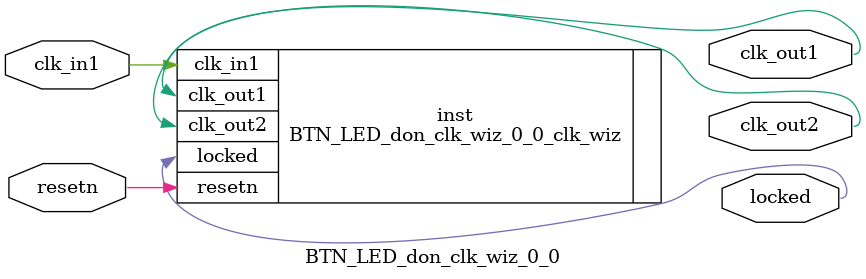
<source format=v>


`timescale 1ps/1ps

(* CORE_GENERATION_INFO = "BTN_LED_don_clk_wiz_0_0,clk_wiz_v6_0_11_0_0,{component_name=BTN_LED_don_clk_wiz_0_0,use_phase_alignment=true,use_min_o_jitter=false,use_max_i_jitter=false,use_dyn_phase_shift=false,use_inclk_switchover=false,use_dyn_reconfig=false,enable_axi=0,feedback_source=FDBK_AUTO,PRIMITIVE=MMCM,num_out_clk=2,clkin1_period=10.000,clkin2_period=10.000,use_power_down=false,use_reset=true,use_locked=true,use_inclk_stopped=false,feedback_type=SINGLE,CLOCK_MGR_TYPE=NA,manual_override=false}" *)

module BTN_LED_don_clk_wiz_0_0 
 (
  // Clock out ports
  output        clk_out1,
  output        clk_out2,
  // Status and control signals
  input         resetn,
  output        locked,
 // Clock in ports
  input         clk_in1
 );

  BTN_LED_don_clk_wiz_0_0_clk_wiz inst
  (
  // Clock out ports  
  .clk_out1(clk_out1),
  .clk_out2(clk_out2),
  // Status and control signals               
  .resetn(resetn), 
  .locked(locked),
 // Clock in ports
  .clk_in1(clk_in1)
  );

endmodule

</source>
